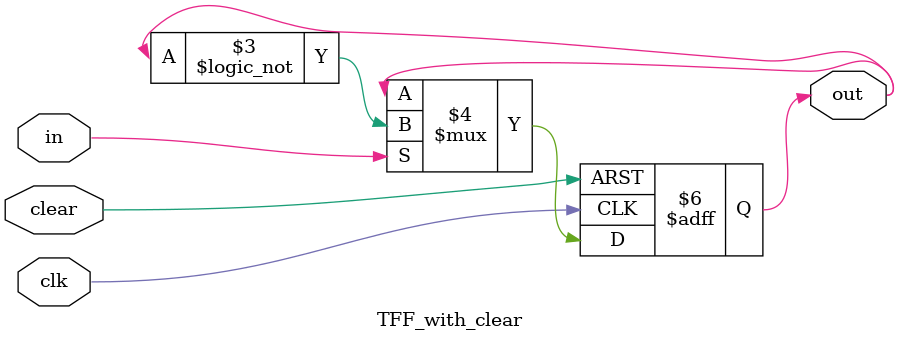
<source format=v>

module TFF_with_clear(in, clk, clear, out);

    input in;
    input clk, clear;

    output reg out;

    always @(posedge clk or negedge clear)
    begin
        if (~clear)
            out <= 1'b0;
        else if (in)
            out <= !out;
    end
endmodule

</source>
